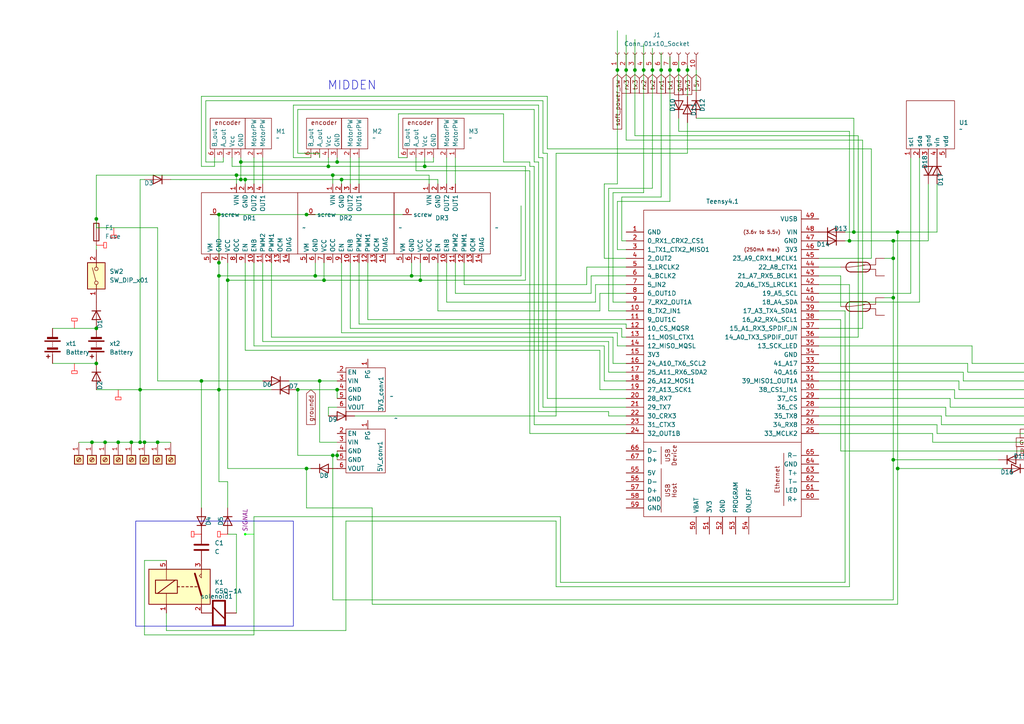
<source format=kicad_sch>
(kicad_sch (version 20250114) (generator "eeschema") (generator_version "9.0")
  (paper "A4")
  (rectangle (start 39.37 151.13) (end 85.09 181.61))
  (text "MIDDEN\n" (at 102.108 24.892 0) (effects (font (size 2.54 2.54))))
  (junction (at 38.1 128.27))
  (junction (at 259.08 69.85))
  (junction (at 66.04 81.28))
  (junction (at 179.07 20.32))
  (junction (at 27.94 63.5))
  (junction (at 121.92 81.28))
  (junction (at 307.34 123.19))
  (junction (at 86.36 113.03))
  (junction (at 307.34 118.11))
  (junction (at 181.61 20.32))
  (junction (at 93.98 81.28))
  (junction (at 95.25 48.26))
  (junction (at 58.42 110.49))
  (junction (at 307.34 113.03))
  (junction (at 260.35 135.89))
  (junction (at 97.79 132.08))
  (junction (at 97.79 46.99))
  (junction (at 27.94 105.41))
  (junction (at 92.71 110.49))
  (junction (at 63.5 76.2))
  (junction (at 63.5 62.23))
  (junction (at 63.5 113.03))
  (junction (at 69.85 52.07))
  (junction (at 307.34 105.41))
  (junction (at 184.15 20.32))
  (junction (at 40.64 113.03))
  (junction (at 97.79 113.03))
  (junction (at 68.58 50.8))
  (junction (at 40.64 128.27))
  (junction (at 45.72 128.27))
  (junction (at 194.31 20.32))
  (junction (at 307.34 110.49))
  (junction (at 247.65 67.31))
  (junction (at 307.34 107.95))
  (junction (at 259.08 74.93))
  (junction (at 30.48 128.27))
  (junction (at 307.34 133.35))
  (junction (at 96.52 132.08))
  (junction (at 307.34 125.73))
  (junction (at 259.08 133.35))
  (junction (at 26.67 128.27))
  (junction (at 91.44 80.01))
  (junction (at 27.94 95.25))
  (junction (at 307.34 128.27))
  (junction (at 88.9 135.89))
  (junction (at 88.9 62.23))
  (junction (at 307.34 130.81))
  (junction (at 71.12 52.07))
  (junction (at 69.85 46.99))
  (junction (at 34.29 128.27))
  (junction (at 41.91 128.27))
  (junction (at 191.77 20.32))
  (junction (at 196.85 20.32))
  (junction (at 199.39 20.32))
  (junction (at 307.34 135.89))
  (junction (at 119.38 80.01))
  (junction (at 259.08 86.36))
  (junction (at 63.5 80.01))
  (junction (at 260.35 67.31))
  (junction (at 307.34 115.57))
  (junction (at 96.52 50.8))
  (junction (at 123.19 48.26))
  (junction (at 186.69 20.32))
  (junction (at 246.38 69.85))
  (junction (at 99.06 52.07))
  (junction (at 189.23 20.32))
  (wire (pts (xy 180.34 69.85) (xy 180.34 57.15)))
  (wire (pts (xy 247.65 67.31) (xy 245.11 67.31)))
  (wire (pts (xy 260.35 135.89) (xy 260.35 175.26)))
  (wire (pts (xy 91.44 80.01) (xy 91.44 76.2)))
  (wire (pts (xy 40.64 113.03) (xy 40.64 128.27)))
  (wire (pts (xy 154.94 31.75) (xy 154.94 46.99)))
  (wire (pts (xy 68.58 50.8) (xy 68.58 53.34)))
  (wire (pts (xy 97.79 113.03) (xy 97.79 115.57)))
  (wire (pts (xy 316.23 113.03) (xy 316.23 105.41)))
  (wire (pts (xy 181.61 110.49) (xy 175.26 110.49)))
  (wire (pts (xy 27.94 66.04) (xy 45.72 66.04)))
  (wire (pts (xy 85.09 30.48) (xy 156.21 30.48)))
  (wire (pts (xy 252.73 74.93) (xy 237.49 74.93)))
  (wire (pts (xy 181.61 105.41) (xy 177.8 105.41)))
  (wire (pts (xy 158.75 27.94) (xy 158.75 43.18)))
  (wire (pts (xy 123.19 48.26) (xy 152.4 48.26)))
  (wire (pts (xy 34.29 128.27) (xy 38.1 128.27)))
  (wire (pts (xy 66.04 135.89) (xy 88.9 135.89)))
  (wire (pts (xy 97.79 130.81) (xy 97.79 132.08)))
  (wire (pts (xy 181.61 20.32) (xy 181.61 40.64)))
  (wire (pts (xy 96.52 132.08) (xy 96.52 173.99)))
  (wire (pts (xy 237.49 100.33) (xy 281.94 100.33)))
  (wire (pts (xy 99.06 96.52) (xy 179.07 96.52)))
  (wire (pts (xy 298.45 135.89) (xy 307.34 135.89)))
  (wire (pts (xy 157.48 44.45) (xy 158.75 44.45)))
  (wire (pts (xy 260.35 67.31) (xy 260.35 135.89)))
  (wire (pts (xy 132.08 76.2) (xy 132.08 85.09)))
  (wire (pts (xy 161.29 170.18) (xy 161.29 151.13)))
  (wire (pts (xy 245.11 168.91) (xy 245.11 90.17)))
  (wire (pts (xy 90.17 45.72) (xy 85.09 45.72)))
  (wire (pts (xy 48.26 162.56) (xy 41.91 162.56)))
  (wire (pts (xy 189.23 20.32) (xy 189.23 54.61)))
  (wire (pts (xy 189.23 54.61) (xy 176.53 54.61)))
  (wire (pts (xy 41.91 184.15) (xy 73.66 184.15)))
  (wire (pts (xy 314.96 127) (xy 458.47 127)))
  (wire (pts (xy 175.26 110.49) (xy 175.26 100.33)))
  (wire (pts (xy 252.73 43.18) (xy 252.73 74.93)))
  (wire (pts (xy 250.19 40.64) (xy 181.61 40.64)))
  (wire (pts (xy 259.08 86.36) (xy 259.08 133.35)))
  (wire (pts (xy 86.36 31.75) (xy 86.36 44.45)))
  (wire (pts (xy 124.46 53.34) (xy 124.46 50.8)))
  (wire (pts (xy 100.33 151.13) (xy 161.29 151.13)))
  (wire (pts (xy 152.4 81.28) (xy 121.92 81.28)))
  (wire (pts (xy 312.42 116.84) (xy 438.15 116.84)))
  (wire (pts (xy 259.08 133.35) (xy 259.08 173.99)))
  (wire (pts (xy 69.85 45.72) (xy 69.85 46.99)))
  (wire (pts (xy 66.04 147.32) (xy 66.04 139.7)))
  (wire (pts (xy 127 76.2) (xy 127 90.17)))
  (wire (pts (xy 119.38 80.01) (xy 91.44 80.01)))
  (wire (pts (xy 30.48 128.27) (xy 34.29 128.27)))
  (wire (pts (xy 156.21 119.38) (xy 176.53 119.38)))
  (wire (pts (xy 176.53 107.95) (xy 181.61 107.95)))
  (wire (pts (xy 176.53 54.61) (xy 176.53 90.17)))
  (wire (pts (xy 63.5 80.01) (xy 63.5 113.03)))
  (wire (pts (xy 78.74 97.79) (xy 78.74 76.2)))
  (wire (pts (xy 100.33 182.88) (xy 100.33 151.13)))
  (wire (pts (xy 125.73 46.99) (xy 125.73 45.72)))
  (wire (pts (xy 186.69 12.7) (xy 186.69 20.32)))
  (wire (pts (xy 102.87 120.65) (xy 161.29 120.65)))
  (wire (pts (xy 76.2 76.2) (xy 76.2 99.06)))
  (wire (pts (xy 92.71 128.27) (xy 92.71 110.49)))
  (wire (pts (xy 274.32 118.11) (xy 274.32 120.65)))
  (wire (pts (xy 129.54 87.63) (xy 172.72 87.63)))
  (wire (pts (xy 101.6 95.25) (xy 180.34 95.25)))
  (wire (pts (xy 69.85 46.99) (xy 97.79 46.99)))
  (wire (pts (xy 161.29 120.65) (xy 161.29 44.45)))
  (wire (pts (xy 307.34 118.11) (xy 309.88 118.11)))
  (wire (pts (xy 124.46 50.8) (xy 96.52 50.8)))
  (wire (pts (xy 311.15 118.11) (xy 311.15 115.57)))
  (wire (pts (xy 99.06 52.07) (xy 127 52.07)))
  (wire (pts (xy 119.38 80.01) (xy 151.13 80.01)))
  (wire (pts (xy 158.75 43.18) (xy 252.73 43.18)))
  (wire (pts (xy 196.85 20.32) (xy 196.85 26.67)))
  (wire (pts (xy 69.85 46.99) (xy 69.85 52.07)))
  (wire (pts (xy 62.23 48.26) (xy 58.42 48.26)))
  (wire (pts (xy 119.38 76.2) (xy 119.38 80.01)))
  (wire (pts (xy 73.66 45.72) (xy 73.66 53.34)))
  (wire (pts (xy 176.53 90.17) (xy 181.61 90.17)))
  (wire (pts (xy 96.52 50.8) (xy 96.52 53.34)))
  (wire (pts (xy 118.11 45.72) (xy 115.57 45.72)))
  (wire (pts (xy 177.8 55.88) (xy 186.69 55.88)))
  (wire (pts (xy 245.11 90.17) (xy 237.49 90.17)))
  (wire (pts (xy 313.69 115.57) (xy 313.69 110.49)))
  (wire (pts (xy 280.67 105.41) (xy 280.67 107.95)))
  (wire (pts (xy 161.29 44.45) (xy 199.39 44.45)))
  (wire (pts (xy 269.24 69.85) (xy 269.24 53.34)))
  (wire (pts (xy 237.49 123.19) (xy 271.78 123.19)))
  (wire (pts (xy 85.09 45.72) (xy 85.09 30.48)))
  (wire (pts (xy 270.51 128.27) (xy 270.51 125.73)))
  (wire (pts (xy 63.5 113.03) (xy 78.74 113.03)))
  (wire (pts (xy 248.92 39.37) (xy 184.15 39.37)))
  (wire (pts (xy 312.42 124.46) (xy 453.39 124.46)))
  (wire (pts (xy 107.95 147.32) (xy 107.95 175.26)))
  (wire (pts (xy 62.23 45.72) (xy 62.23 48.26)))
  (wire (pts (xy 153.67 49.53) (xy 153.67 125.73)))
  (wire (pts (xy 184.15 20.32) (xy 184.15 39.37)))
  (wire (pts (xy 91.44 80.01) (xy 63.5 80.01)))
  (wire (pts (xy 176.53 99.06) (xy 176.53 107.95)))
  (wire (pts (xy 132.08 45.72) (xy 132.08 53.34)))
  (wire (pts (xy 92.71 128.27) (xy 97.79 128.27)))
  (wire (pts (xy 307.34 128.27) (xy 312.42 128.27)))
  (wire (pts (xy 297.18 133.35) (xy 307.34 133.35)))
  (wire (pts (xy 69.85 52.07) (xy 71.12 52.07)))
  (wire (pts (xy 172.72 87.63) (xy 172.72 82.55)))
  (wire (pts (xy 177.8 105.41) (xy 177.8 97.79)))
  (wire (pts (xy 158.75 44.45) (xy 158.75 115.57)))
  (wire (pts (xy 95.25 118.11) (xy 95.25 120.65)))
  (wire (pts (xy 307.34 105.41) (xy 316.23 105.41)))
  (wire (pts (xy 309.88 119.38) (xy 443.23 119.38)))
  (wire (pts (xy 276.86 113.03) (xy 276.86 115.57)))
  (wire (pts (xy 246.38 170.18) (xy 161.29 170.18)))
  (wire (pts (xy 129.54 87.63) (xy 129.54 76.2)))
  (wire (pts (xy 307.34 135.89) (xy 316.23 135.89)))
  (wire (pts (xy 199.39 19.05) (xy 199.39 20.32)))
  (wire (pts (xy 48.26 182.88) (xy 100.33 182.88)))
  (wire (pts (xy 115.57 33.02) (xy 146.05 33.02)))
  (wire (pts (xy 290.83 135.89) (xy 260.35 135.89)))
  (wire (pts (xy 259.08 69.85) (xy 259.08 74.93)))
  (wire (pts (xy 68.58 50.8) (xy 27.94 50.8)))
  (wire (pts (xy 86.36 113.03) (xy 86.36 132.08)))
  (wire (pts (xy 123.19 45.72) (xy 123.19 48.26)))
  (wire (pts (xy 121.92 81.28) (xy 121.92 76.2)))
  (wire (pts (xy 123.19 48.26) (xy 95.25 48.26)))
  (wire (pts (xy 134.62 82.55) (xy 170.18 82.55)))
  (wire (pts (xy 266.7 87.63) (xy 266.7 45.72)))
  (wire (pts (xy 157.48 29.21) (xy 157.48 44.45)))
  (wire (pts (xy 181.61 97.79) (xy 180.34 97.79)))
  (wire (pts (xy 104.14 76.2) (xy 104.14 93.98)))
  (wire (pts (xy 41.91 128.27) (xy 45.72 128.27)))
  (wire (pts (xy 191.77 15.24) (xy 191.77 20.32)))
  (wire (pts (xy 68.58 154.94) (xy 66.04 154.94)))
  (wire (pts (xy 86.36 31.75) (xy 154.94 31.75)))
  (wire (pts (xy 307.34 130.81) (xy 313.69 130.81)))
  (wire (pts (xy 307.34 115.57) (xy 311.15 115.57)))
  (wire (pts (xy 45.72 110.49) (xy 58.42 110.49)))
  (wire (pts (xy 15.24 95.25) (xy 27.94 95.25)))
  (wire (pts (xy 276.86 115.57) (xy 307.34 115.57)))
  (wire (pts (xy 243.84 92.71) (xy 237.49 92.71)))
  (wire (pts (xy 237.49 77.47) (xy 243.84 77.47)))
  (wire (pts (xy 146.05 33.02) (xy 146.05 46.99)))
  (wire (pts (xy 179.07 53.34) (xy 175.26 53.34)))
  (wire (pts (xy 245.11 69.85) (xy 246.38 69.85)))
  (wire (pts (xy 243.84 80.01) (xy 243.84 88.9)))
  (wire (pts (xy 153.67 125.73) (xy 181.61 125.73)))
  (wire (pts (xy 86.36 113.03) (xy 97.79 113.03)))
  (wire (pts (xy 307.34 123.19) (xy 309.88 123.19)))
  (wire (pts (xy 179.07 8.89) (xy 179.07 20.32)))
  (wire (pts (xy 194.31 58.42) (xy 179.07 58.42)))
  (wire (pts (xy 40.64 128.27) (xy 41.91 128.27)))
  (wire (pts (xy 173.99 85.09) (xy 173.99 90.17)))
  (wire (pts (xy 71.12 52.07) (xy 99.06 52.07)))
  (wire (pts (xy 71.12 101.6) (xy 173.99 101.6)))
  (wire (pts (xy 156.21 46.99) (xy 156.21 119.38)))
  (wire (pts (xy 40.64 52.07) (xy 40.64 113.03)))
  (wire (pts (xy 196.85 34.29) (xy 196.85 38.1)))
  (wire (pts (xy 120.65 45.72) (xy 120.65 49.53)))
  (wire (pts (xy 106.68 92.71) (xy 106.68 76.2)))
  (wire (pts (xy 247.65 34.29) (xy 247.65 67.31)))
  (wire (pts (xy 97.79 46.99) (xy 125.73 46.99)))
  (wire (pts (xy 191.77 20.32) (xy 191.77 57.15)))
  (wire (pts (xy 237.49 113.03) (xy 276.86 113.03)))
  (wire (pts (xy 64.77 46.99) (xy 59.69 46.99)))
  (wire (pts (xy 270.51 128.27) (xy 307.34 128.27)))
  (wire (pts (xy 256.54 74.93) (xy 259.08 74.93)))
  (wire (pts (xy 45.72 66.04) (xy 45.72 110.49)))
  (wire (pts (xy 179.07 58.42) (xy 179.07 72.39)))
  (wire (pts (xy 309.88 121.92) (xy 448.31 121.92)))
  (wire (pts (xy 67.31 48.26) (xy 67.31 45.72)))
  (wire (pts (xy 22.86 128.27) (xy 26.67 128.27)))
  (wire (pts (xy 237.49 95.25) (xy 250.19 95.25)))
  (wire (pts (xy 153.67 46.99) (xy 153.67 48.26)))
  (wire (pts (xy 49.53 52.07) (xy 69.85 52.07)))
  (wire (pts (xy 58.42 110.49) (xy 76.2 110.49)))
  (wire (pts (xy 104.14 45.72) (xy 104.14 53.34)))
  (wire (pts (xy 250.19 95.25) (xy 250.19 40.64)))
  (wire (pts (xy 311.15 123.19) (xy 450.85 123.19)))
  (wire (pts (xy 134.62 82.55) (xy 134.62 76.2)))
  (wire (pts (xy 88.9 135.89) (xy 90.17 135.89)))
  (wire (pts (xy 237.49 105.41) (xy 280.67 105.41)))
  (wire (pts (xy 63.5 139.7) (xy 63.5 113.03)))
  (wire (pts (xy 281.94 100.33) (xy 281.94 105.41)))
  (wire (pts (xy 237.49 115.57) (xy 275.59 115.57)))
  (wire (pts (xy 99.06 52.07) (xy 99.06 53.34)))
  (wire (pts (xy 58.42 27.94) (xy 158.75 27.94)))
  (wire (pts (xy 312.42 113.03) (xy 312.42 116.84)))
  (wire (pts (xy 76.2 99.06) (xy 176.53 99.06)))
  (wire (pts (xy 132.08 85.09) (xy 171.45 85.09)))
  (wire (pts (xy 181.61 123.19) (xy 154.94 123.19)))
  (wire (pts (xy 181.61 69.85) (xy 180.34 69.85)))
  (wire (pts (xy 237.49 107.95) (xy 279.4 107.95)))
  (wire (pts (xy 63.5 62.23) (xy 63.5 76.2)))
  (wire (pts (xy 180.34 97.79) (xy 180.34 95.25)))
  (wire (pts (xy 101.6 95.25) (xy 101.6 76.2)))
  (wire (pts (xy 237.49 82.55) (xy 246.38 82.55)))
  (wire (pts (xy 313.69 125.73) (xy 313.69 130.81)))
  (wire (pts (xy 99.06 76.2) (xy 99.06 96.52)))
  (wire (pts (xy 274.32 120.65) (xy 307.34 120.65)))
  (wire (pts (xy 15.24 105.41) (xy 27.94 105.41)))
  (wire (pts (xy 45.72 128.27) (xy 49.53 128.27)))
  (wire (pts (xy 115.57 45.72) (xy 115.57 33.02)))
  (wire (pts (xy 259.08 74.93) (xy 259.08 86.36)))
  (wire (pts (xy 127 52.07) (xy 127 53.34)))
  (wire (pts (xy 309.88 119.38) (xy 309.88 118.11)))
  (wire (pts (xy 48.26 177.8) (xy 48.26 182.88)))
  (wire (pts (xy 275.59 115.57) (xy 275.59 118.11)))
  (wire (pts (xy 314.96 114.3) (xy 433.07 114.3)))
  (wire (pts (xy 243.84 130.81) (xy 307.34 130.81)))
  (wire (pts (xy 194.31 20.32) (xy 194.31 58.42)))
  (wire (pts (xy 95.25 48.26) (xy 95.25 45.72)))
  (wire (pts (xy 271.78 123.19) (xy 271.78 125.73)))
  (wire (pts (xy 196.85 17.78) (xy 196.85 20.32)))
  (wire (pts (xy 177.8 87.63) (xy 177.8 55.88)))
  (wire (pts (xy 181.61 85.09) (xy 173.99 85.09)))
  (wire (pts (xy 66.04 135.89) (xy 66.04 81.28)))
  (wire (pts (xy 83.82 110.49) (xy 92.71 110.49)))
  (wire (pts (xy 73.66 149.86) (xy 162.56 149.86)))
  (wire (pts (xy 162.56 168.91) (xy 245.11 168.91)))
  (wire (pts (xy 311.15 118.11) (xy 440.69 118.11)))
  (wire (pts (xy 173.99 113.03) (xy 181.61 113.03)))
  (wire (pts (xy 27.94 50.8) (xy 27.94 63.5)))
  (wire (pts (xy 129.54 45.72) (xy 129.54 53.34)))
  (wire (pts (xy 237.49 97.79) (xy 248.92 97.79)))
  (wire (pts (xy 97.79 132.08) (xy 97.79 133.35)))
  (wire (pts (xy 260.35 67.31) (xy 271.78 67.31)))
  (wire (pts (xy 93.98 81.28) (xy 121.92 81.28)))
  (wire (pts (xy 88.9 62.23) (xy 116.84 62.23)))
  (wire (pts (xy 71.12 53.34) (xy 71.12 52.07)))
  (wire (pts (xy 26.67 128.27) (xy 30.48 128.27)))
  (wire (pts (xy 280.67 107.95) (xy 307.34 107.95)))
  (wire (pts (xy 313.69 115.57) (xy 435.61 115.57)))
  (wire (pts (xy 177.8 97.79) (xy 78.74 97.79)))
  (wire (pts (xy 271.78 125.73) (xy 307.34 125.73)))
  (wire (pts (xy 73.66 149.86) (xy 73.66 184.15)))
  (wire (pts (xy 194.31 16.51) (xy 194.31 20.32)))
  (wire (pts (xy 154.94 48.26) (xy 153.67 48.26)))
  (wire (pts (xy 63.5 62.23) (xy 88.9 62.23)))
  (wire (pts (xy 59.69 29.21) (xy 157.48 29.21)))
  (wire (pts (xy 237.49 118.11) (xy 274.32 118.11)))
  (wire (pts (xy 27.94 71.12) (xy 27.94 72.39)))
  (wire (pts (xy 106.68 92.71) (xy 181.61 92.71)))
  (wire (pts (xy 273.05 120.65) (xy 273.05 123.19)))
  (wire (pts (xy 256.54 86.36) (xy 259.08 86.36)))
  (wire (pts (xy 59.69 46.99) (xy 59.69 29.21)))
  (wire (pts (xy 248.92 97.79) (xy 248.92 39.37)))
  (wire (pts (xy 179.07 96.52) (xy 179.07 100.33)))
  (wire (pts (xy 170.18 77.47) (xy 181.61 77.47)))
  (wire (pts (xy 63.5 76.2) (xy 63.5 80.01)))
  (wire (pts (xy 154.94 46.99) (xy 156.21 46.99)))
  (wire (pts (xy 264.16 45.72) (xy 264.16 85.09)))
  (wire (pts (xy 264.16 85.09) (xy 237.49 85.09)))
  (wire (pts (xy 309.88 123.19) (xy 309.88 121.92)))
  (wire (pts (xy 157.48 118.11) (xy 157.48 45.72)))
  (wire (pts (xy 314.96 107.95) (xy 314.96 114.3)))
  (wire (pts (xy 154.94 123.19) (xy 154.94 48.26)))
  (wire (pts (xy 260.35 67.31) (xy 247.65 67.31)))
  (wire (pts (xy 307.34 107.95) (xy 314.96 107.95)))
  (wire (pts (xy 92.71 44.45) (xy 86.36 44.45)))
  (wire (pts (xy 237.49 80.01) (xy 243.84 80.01)))
  (wire (pts (xy 278.13 113.03) (xy 307.34 113.03)))
  (wire (pts (xy 201.93 34.29) (xy 247.65 34.29)))
  (wire (pts (xy 243.84 130.81) (xy 243.84 92.71)))
  (wire (pts (xy 237.49 87.63) (xy 266.7 87.63)))
  (wire (pts (xy 311.15 123.19) (xy 311.15 125.73)))
  (wire (pts (xy 201.93 20.32) (xy 201.93 26.67)))
  (wire (pts (xy 40.64 113.03) (xy 63.5 113.03)))
  (wire (pts (xy 281.94 105.41) (xy 307.34 105.41)))
  (wire (pts (xy 179.07 100.33) (xy 181.61 100.33)))
  (wire (pts (xy 92.71 110.49) (xy 97.79 110.49)))
  (wire (pts (xy 237.49 110.49) (xy 278.13 110.49)))
  (wire (pts (xy 181.61 93.98) (xy 181.61 95.25)))
  (wire (pts (xy 175.26 100.33) (xy 73.66 100.33)))
  (wire (pts (xy 259.08 69.85) (xy 269.24 69.85)))
  (wire (pts (xy 40.64 52.07) (xy 41.91 52.07)))
  (wire (pts (xy 271.78 67.31) (xy 271.78 53.34)))
  (wire (pts (xy 270.51 125.73) (xy 237.49 125.73)))
  (wire (pts (xy 101.6 45.72) (xy 101.6 53.34)))
  (wire (pts (xy 180.34 57.15) (xy 191.77 57.15)))
  (wire (pts (xy 88.9 147.32) (xy 107.95 147.32)))
  (wire (pts (xy 246.38 38.1) (xy 246.38 69.85)))
  (wire (pts (xy 199.39 20.32) (xy 199.39 27.94)))
  (wire (pts (xy 237.49 120.65) (xy 273.05 120.65)))
  (wire (pts (xy 189.23 13.97) (xy 189.23 20.32)))
  (wire (pts (xy 181.61 80.01) (xy 171.45 80.01)))
  (wire (pts (xy 96.52 173.99) (xy 259.08 173.99)))
  (wire (pts (xy 73.66 76.2) (xy 73.66 100.33)))
  (wire (pts (xy 176.53 119.38) (xy 176.53 120.65)))
  (wire (pts (xy 179.07 72.39) (xy 181.61 72.39)))
  (wire (pts (xy 173.99 101.6) (xy 173.99 113.03)))
  (wire (pts (xy 173.99 90.17) (xy 127 90.17)))
  (wire (pts (xy 176.53 120.65) (xy 181.61 120.65)))
  (wire (pts (xy 76.2 45.72) (xy 76.2 53.34)))
  (wire (pts (xy 278.13 110.49) (xy 278.13 113.03)))
  (wire (pts (xy 316.23 135.89) (xy 316.23 128.27)))
  (wire (pts (xy 71.12 76.2) (xy 71.12 101.6)))
  (wire (pts (xy 157.48 45.72) (xy 156.21 45.72)))
  (wire (pts (xy 60.96 62.23) (xy 63.5 62.23)))
  (wire (pts (xy 307.34 133.35) (xy 314.96 133.35)))
  (wire (pts (xy 316.23 113.03) (xy 430.53 113.03)))
  (wire (pts (xy 307.34 125.73) (xy 311.15 125.73)))
  (wire (pts (xy 146.05 46.99) (xy 153.67 46.99)))
  (wire (pts (xy 66.04 81.28) (xy 93.98 81.28)))
  (wire (pts (xy 158.75 115.57) (xy 181.61 115.57)))
  (wire (pts (xy 92.71 45.72) (xy 92.71 44.45)))
  (wire (pts (xy 97.79 46.99) (xy 97.79 45.72)))
  (wire (pts (xy 175.26 74.93) (xy 181.61 74.93)))
  (wire (pts (xy 27.94 63.5) (xy 27.94 66.04)))
  (wire (pts (xy 313.69 125.73) (xy 455.93 125.73)))
  (wire (pts (xy 312.42 128.27) (xy 312.42 124.46)))
  (wire (pts (xy 66.04 76.2) (xy 66.04 81.28)))
  (wire (pts (xy 316.23 128.27) (xy 461.01 128.27)))
  (wire (pts (xy 86.36 132.08) (xy 96.52 132.08)))
  (wire (pts (xy 120.65 49.53) (xy 153.67 49.53)))
  (wire (pts (xy 279.4 107.95) (xy 279.4 110.49)))
  (wire (pts (xy 246.38 82.55) (xy 246.38 170.18)))
  (wire (pts (xy 273.05 123.19) (xy 307.34 123.19)))
  (wire (pts (xy 93.98 81.28) (xy 93.98 76.2)))
  (wire (pts (xy 184.15 11.43) (xy 184.15 20.32)))
  (wire (pts (xy 314.96 133.35) (xy 314.96 127)))
  (wire (pts (xy 68.58 154.94) (xy 68.58 177.8)))
  (wire (pts (xy 64.77 45.72) (xy 64.77 46.99)))
  (wire (pts (xy 41.91 162.56) (xy 41.91 184.15)))
  (wire (pts (xy 186.69 20.32) (xy 186.69 55.88)))
  (wire (pts (xy 58.42 110.49) (xy 58.42 147.32)))
  (wire (pts (xy 88.9 135.89) (xy 88.9 147.32)))
  (wire (pts (xy 170.18 82.55) (xy 170.18 77.47)))
  (wire (pts (xy 107.95 175.26) (xy 260.35 175.26)))
  (wire (pts (xy 307.34 110.49) (xy 313.69 110.49)))
  (wire (pts (xy 275.59 118.11) (xy 307.34 118.11)))
  (wire (pts (xy 199.39 44.45) (xy 199.39 35.56)))
  (wire (pts (xy 152.4 48.26) (xy 152.4 81.28)))
  (wire (pts (xy 172.72 82.55) (xy 181.61 82.55)))
  (wire (pts (xy 175.26 53.34) (xy 175.26 74.93)))
  (wire (pts (xy 259.08 133.35) (xy 289.56 133.35)))
  (wire (pts (xy 181.61 10.16) (xy 181.61 20.32)))
  (wire (pts (xy 96.52 50.8) (xy 68.58 50.8)))
  (wire (pts (xy 97.79 118.11) (xy 95.25 118.11)))
  (wire (pts (xy 279.4 110.49) (xy 307.34 110.49)))
  (wire (pts (xy 96.52 132.08) (xy 97.79 132.08)))
  (wire (pts (xy 151.13 80.01) (xy 151.13 59.69)))
  (wire (pts (xy 27.94 113.03) (xy 40.64 113.03)))
  (wire (pts (xy 58.42 48.26) (xy 58.42 27.94)))
  (wire (pts (xy 177.8 87.63) (xy 181.61 87.63)))
  (wire (pts (xy 162.56 149.86) (xy 162.56 168.91)))
  (wire (pts (xy 196.85 38.1) (xy 246.38 38.1)))
  (wire (pts (xy 38.1 128.27) (xy 40.64 128.27)))
  (wire (pts (xy 156.21 30.48) (xy 156.21 45.72)))
  (wire (pts (xy 307.34 113.03) (xy 312.42 113.03)))
  (wire (pts (xy 246.38 69.85) (xy 259.08 69.85)))
  (wire (pts (xy 66.04 139.7) (xy 63.5 139.7)))
  (wire (pts (xy 181.61 118.11) (xy 157.48 118.11)))
  (wire (pts (xy 95.25 48.26) (xy 67.31 48.26)))
  (wire (pts (xy 179.07 20.32) (xy 179.07 53.34)))
  (wire (pts (xy 171.45 80.01) (xy 171.45 85.09)))
  (wire (pts (xy 104.14 93.98) (xy 181.61 93.98)))
  (global_label "pr3" (shape input) (at 303.53 110.49 180) (property "Intersheetrefs" "${INTERSHEET_REFS}" (effects (hide yes))))
  (global_label "rx1" (shape input) (at 191.77 21.59 270) (property "Intersheetrefs" "${INTERSHEET_REFS}" (effects (hide yes))))
  (global_label "tx1" (shape input) (at 194.31 21.59 270) (property "Intersheetrefs" "${INTERSHEET_REFS}" (effects (hide yes))))
  (global_label "pr1" (shape input) (at 303.53 105.41 180) (property "Intersheetrefs" "${INTERSHEET_REFS}" (effects (hide yes))))
  (global_label "GROEN" (shape input) (at 303.53 128.27 180) (property "Intersheetrefs" "${INTERSHEET_REFS}" (effects (hide yes))))
  (global_label "gnd" (shape input) (at 196.85 21.59 270) (property "Intersheetrefs" "${INTERSHEET_REFS}" (effects (hide yes))))
  (global_label "BLAUW" (shape input) (at 303.53 130.81 180) (property "Intersheetrefs" "${INTERSHEET_REFS}" (effects (hide yes))))
  (global_label "tx2" (shape input) (at 189.23 21.59 270) (property "Intersheetrefs" "${INTERSHEET_REFS}" (effects (hide yes))))
  (global_label "pr5" (shape input) (at 303.53 115.57 180) (property "Intersheetrefs" "${INTERSHEET_REFS}" (effects (hide yes))))
  (global_label "pr7" (shape input) (at 303.53 120.65 180) (property "Intersheetrefs" "${INTERSHEET_REFS}" (effects (hide yes))))
  (global_label "rx3" (shape input) (at 181.61 21.59 270) (property "Intersheetrefs" "${INTERSHEET_REFS}" (effects (hide yes))))
  (global_label "groundd" (shape input) (at 90.17 113.03 270) (property "Intersheetrefs" "${INTERSHEET_REFS}" (effects (hide yes))))
  (global_label "soft_power_sw" (shape input) (at 179.07 21.59 270) (property "Intersheetrefs" "${INTERSHEET_REFS}" (effects (hide yes))))
  (global_label "GND" (shape input) (at 303.53 133.35 180) (property "Intersheetrefs" "${INTERSHEET_REFS}" (effects (hide yes))))
  (global_label "ROOD" (shape input) (at 303.53 125.73 180) (property "Intersheetrefs" "${INTERSHEET_REFS}" (effects (hide yes))))
  (global_label "pr4" (shape input) (at 303.53 113.03 180) (property "Intersheetrefs" "${INTERSHEET_REFS}" (effects (hide yes))))
  (global_label "pr8" (shape input) (at 303.53 123.19 180) (property "Intersheetrefs" "${INTERSHEET_REFS}" (effects (hide yes))))
  (global_label "pr2" (shape input) (at 303.53 107.95 180) (property "Intersheetrefs" "${INTERSHEET_REFS}" (effects (hide yes))))
  (global_label "5V" (shape input) (at 303.53 135.89 180) (property "Intersheetrefs" "${INTERSHEET_REFS}" (effects (hide yes))))
  (global_label "pr6" (shape input) (at 303.53 118.11 180) (property "Intersheetrefs" "${INTERSHEET_REFS}" (effects (hide yes))))
  (global_label "tx3" (shape input) (at 184.15 21.59 270) (property "Intersheetrefs" "${INTERSHEET_REFS}" (effects (hide yes))))
  (global_label "5v" (shape input) (at 201.93 21.59 270) (property "Intersheetrefs" "${INTERSHEET_REFS}" (effects (hide yes))))
  (global_label "3v3" (shape input) (at 199.39 21.59 270) (property "Intersheetrefs" "${INTERSHEET_REFS}" (effects (hide yes))))
  (global_label "rx2" (shape input) (at 186.69 21.59 270) (property "Intersheetrefs" "${INTERSHEET_REFS}" (effects (hide yes))))
  (netclass_flag "" (length 2.54) (shape rectangle) (at 33.02 66.04 180) (property "Netclass" "HIGH POWER" (effects (hide yes))))
  (netclass_flag "" (length 2.54) (shape dot) (at 73.66 154.94 90) (property "Netclass" "SIGNAL" (at 71.12 154.2415 90) (effects (font (italic yes)) (justify left))))
  (netclass_flag "" (length 2.54) (shape rectangle) (at 66.04 154.94 90) (property "Netclass" "HIGH POWER" (effects (hide yes))))
  (netclass_flag "" (length 2.54) (shape rectangle) (at 21.59 105.41 180) (property "Netclass" "HIGH POWER" (effects (hide yes))))
  (netclass_flag "" (length 2.54) (shape rectangle) (at 21.59 95.25 0) (property "Netclass" "HIGH POWER" (effects (hide yes))))
  (netclass_flag "" (length 2.54) (shape rectangle) (at 34.29 113.03 180) (property "Netclass" "HIGH POWER" (effects (hide yes))))
  (netclass_flag "" (length 2.54) (shape rectangle) (at 27.94 71.12 270) (property "Netclass" "HIGH POWER" (effects (hide yes))))
  (netclass_flag "" (length 2.54) (shape rectangle) (at 58.42 154.94 90) (property "Netclass" "HIGH POWER" (effects (hide yes))))
  (symbol (lib_id "Connector:Screw_Terminal_01x01") (at 22.86 133.35 270) (unit 1)
    (property "Reference" "J2" (effects (hide yes)))
    (property "Value" "Screw_Terminal_01x01" (effects (hide yes)))
    (property "Footprint" "MountingHole:MountingHole_4.3mm_M4_ISO7380_Pad" (effects (hide yes)))
    (property "Description" "Generic screw terminal, single row, 01x01, script generated (kicad-library-utils/schlib/autogen/connector/)" (effects (hide yes)))
  )
  (symbol (lib_id "Library:pololu_3.3V,_3.7A_Step-Down_Voltage_Regulator_D30V30F3") (at 101.6 105.41 0) (unit 1)
    (property "Reference" "3V3_conv1" (at 110.49 119.38 90) (effects (justify left)))
    (property "Value" "~" (at 113.03 114.935 0) (effects (justify left)))
    (property "Footprint" "Library:pololu-d30v30fx" (effects (hide yes)))
    (property "Datasheet" "https://www.pololu.com/product/4891" (effects (hide yes)))
  )
  (symbol (lib_id "Library:D") (at 80.01 110.49 180) (unit 1)
    (property "Reference" "D6" (at 77.47 111.506 0))
    (property "Value" "D" (effects (hide yes)))
    (property "Footprint" "Diode_SMD:D_MELF-RM10_Universal_Handsoldering" (effects (hide yes)))
    (property "Description" "Diode" (effects (hide yes)))
    (property "Sim.Device" "D" (effects (hide yes)))
    (property "Sim.Pins" "1=K 2=A" (effects (hide yes)))
  )
  (symbol (lib_id "Connector:Conn_01x10_Socket") (at 189.23 15.24 90) (unit 1)
    (property "Reference" "J1" (at 190.5 10.16 90))
    (property "Value" "Conn_01x10_Socket" (at 190.5 12.7 90))
    (property "Footprint" "Connector_JST:JST_EH_S10B-EH_1x10_P2.50mm_Horizontal" (effects (hide yes)))
    (property "Description" "Generic connector, single row, 01x10, script generated" (effects (hide yes)))
  )
  (symbol (lib_id "Library:pololu_5V,_3.4A_Step-Down_Voltage_Regulator_D30V30F5") (at 102.87 111.76 0) (unit 1)
    (property "Reference" "5V_conv1" (at 110.236 136.906 90) (effects (justify left)))
    (property "Value" "~" (at 114.3 121.285 0) (effects (justify left)))
    (property "Footprint" "Library:pololu-d30v30fx" (effects (hide yes)))
    (property "Datasheet" "https://www.pololu.com/product/4892" (effects (hide yes)))
  )
  (symbol (lib_id "Library:pololu_4.4{colon}1_Metal_Gearmotor_25Dx63L_mm_MP_12V_with_48_CPR_Encoder") (at 125.73 38.1 180) (unit 1)
    (property "Reference" "M3" (at 135.89 38.0999 0) (effects (justify right)))
    (property "Value" "~" (at 135.89 40.005 0) (effects (justify right)))
    (property "Footprint" "Connector_PinHeader_1.27mm:PinHeader_1x06_P1.27mm_Vertical" (effects (hide yes)))
  )
  (symbol (lib_id "Library:TB9051FTG") (at 128.27 62.23 0) (unit 1)
    (property "Reference" "DR3" (at 126.238 63.246 0) (effects (justify left)))
    (property "Value" "~" (at 143.51 66.04 0) (effects (justify left)))
    (property "Footprint" "Library:TB9051FTG" (effects (hide yes)))
    (property "Datasheet" "https://www.pololu.com/product/2997/resources" (effects (hide yes)))
  )
  (symbol (lib_id "Connector:Screw_Terminal_01x01") (at 26.67 133.35 270) (unit 1)
    (property "Reference" "J3" (effects (hide yes)))
    (property "Value" "Screw_Terminal_01x01" (effects (hide yes)))
    (property "Footprint" "MountingHole:MountingHole_4.3mm_M4_ISO7380_Pad" (effects (hide yes)))
    (property "Description" "Generic screw terminal, single row, 01x01, script generated (kicad-library-utils/schlib/autogen/connector/)" (effects (hide yes)))
  )
  (symbol (lib_id "Library:D") (at 294.64 135.89 180) (unit 1)
    (property "Reference" "D16" (at 292.1 136.906 0))
    (property "Value" "D" (effects (hide yes)))
    (property "Footprint" "Diode_SMD:D_MELF-RM10_Universal_Handsoldering" (effects (hide yes)))
    (property "Description" "Diode" (effects (hide yes)))
    (property "Sim.Device" "D" (effects (hide yes)))
    (property "Sim.Pins" "1=K 2=A" (effects (hide yes)))
  )
  (symbol (lib_id "Library:D") (at 293.37 133.35 0) (unit 1)
    (property "Reference" "D15" (at 295.91 132.334 0))
    (property "Value" "D" (effects (hide yes)))
    (property "Footprint" "Diode_SMD:D_MELF-RM10_Universal_Handsoldering" (effects (hide yes)))
    (property "Description" "Diode" (effects (hide yes)))
    (property "Sim.Device" "D" (effects (hide yes)))
    (property "Sim.Pins" "1=K 2=A" (effects (hide yes)))
  )
  (symbol (lib_id "Connector:Screw_Terminal_01x01") (at 45.72 133.35 270) (unit 1)
    (property "Reference" "J10" (effects (hide yes)))
    (property "Value" "Screw_Terminal_01x01" (effects (hide yes)))
    (property "Footprint" "MountingHole:MountingHole_4.3mm_M4_ISO7380_Pad" (effects (hide yes)))
    (property "Description" "Generic screw terminal, single row, 01x01, script generated (kicad-library-utils/schlib/autogen/connector/)" (effects (hide yes)))
  )
  (symbol (lib_id "Switch:SW_DIP_x01") (at 27.94 80.01 90) (unit 1)
    (property "Reference" "SW2" (at 31.75 78.7399 90) (effects (justify right)))
    (property "Value" "SW_DIP_x01" (at 31.75 81.2799 90) (effects (justify right)))
    (property "Footprint" "Library:Rocker Switch 3-Pin, SPDT, 10A" (effects (hide yes)))
    (property "Description" "1x DIP Switch, Single Pole Single Throw (SPST) switch, small symbol" (effects (hide yes)))
  )
  (symbol (lib_id "Switch:SW_Reed_SPDT") (at 248.92 77.47 0) (unit 1)
    (property "Reference" "SW1" (effects (hide yes)))
    (property "Value" "SW_Reed_SPDT" (effects (hide yes)))
    (property "Footprint" "Library:Mini Snap-Action Switch with 13.5mm Lever 3-Pin, SPDT, 1A" (effects (hide yes)))
    (property "Description" "SPDT reed switch" (effects (hide yes)))
  )
  (symbol (lib_id "Connector:Screw_Terminal_01x01") (at 38.1 133.35 270) (unit 1)
    (property "Reference" "J8" (effects (hide yes)))
    (property "Value" "Screw_Terminal_01x01" (effects (hide yes)))
    (property "Footprint" "MountingHole:MountingHole_4.3mm_M4_ISO7380_Pad" (effects (hide yes)))
    (property "Description" "Generic screw terminal, single row, 01x01, script generated (kicad-library-utils/schlib/autogen/connector/)" (effects (hide yes)))
  )
  (symbol (lib_id "Connector:Screw_Terminal_01x01") (at 41.91 133.35 270) (unit 1)
    (property "Reference" "J9" (effects (hide yes)))
    (property "Value" "Screw_Terminal_01x01" (effects (hide yes)))
    (property "Footprint" "MountingHole:MountingHole_4.3mm_M4_ISO7380_Pad" (effects (hide yes)))
    (property "Description" "Generic screw terminal, single row, 01x01, script generated (kicad-library-utils/schlib/autogen/connector/)" (effects (hide yes)))
  )
  (symbol (lib_name "TB9051FTG_1") (lib_id "Library:TB9051FTG_1") (at 72.39 62.23 0) (unit 1)
    (property "Reference" "DR1" (at 70.358 63.246 0) (effects (justify left)))
    (property "Value" "~" (at 87.63 66.04 0) (effects (justify left)))
    (property "Footprint" "Library:TB9051FTG" (effects (hide yes)))
    (property "Datasheet" "https://www.pololu.com/product/2997/resources" (effects (hide yes)))
  )
  (symbol (lib_id "Library:D") (at 27.94 109.22 270) (unit 1)
    (property "Reference" "D2" (at 28.956 111.76 0))
    (property "Value" "D" (effects (hide yes)))
    (property "Footprint" "Diode_SMD:D_MELF-RM10_Universal_Handsoldering" (effects (hide yes)))
    (property "Description" "Diode" (effects (hide yes)))
    (property "Sim.Device" "D" (effects (hide yes)))
    (property "Sim.Pins" "1=K 2=A" (effects (hide yes)))
  )
  (symbol (lib_id "Library:D") (at 269.24 49.53 90) (unit 1)
    (property "Reference" "D18" (at 268.224 46.99 0))
    (property "Value" "D" (effects (hide yes)))
    (property "Footprint" "Diode_SMD:D_MELF-RM10_Universal_Handsoldering" (effects (hide yes)))
    (property "Description" "Diode" (effects (hide yes)))
    (property "Sim.Device" "D" (effects (hide yes)))
    (property "Sim.Pins" "1=K 2=A" (effects (hide yes)))
  )
  (symbol (lib_id "Library:D") (at 201.93 30.48 270) (unit 1)
    (property "Reference" "D12" (at 203.708 30.48 0))
    (property "Value" "D" (effects (hide yes)))
    (property "Footprint" "Diode_SMD:D_MELF-RM10_Universal_Handsoldering" (effects (hide yes)))
    (property "Description" "Diode" (effects (hide yes)))
    (property "Sim.Device" "D" (effects (hide yes)))
    (property "Sim.Pins" "1=K 2=A" (effects (hide yes)))
  )
  (symbol (lib_id "Library:D") (at 199.39 31.75 270) (unit 1)
    (property "Reference" "D11" (at 201.168 31.75 0))
    (property "Value" "D" (effects (hide yes)))
    (property "Footprint" "Diode_SMD:D_MELF-RM10_Universal_Handsoldering" (effects (hide yes)))
    (property "Description" "Diode" (effects (hide yes)))
    (property "Sim.Device" "D" (effects (hide yes)))
    (property "Sim.Pins" "1=K 2=A" (effects (hide yes)))
  )
  (symbol (lib_id "Library:Battery") (at 27.94 100.33 180) (unit 1)
    (property "Reference" "xt2" (at 31.75 99.6314 0) (effects (justify right)))
    (property "Value" "Battery" (at 31.75 102.1714 0) (effects (justify right)))
    (property "Footprint" "Connector_AMASS:AMASS_XT30U-M_1x02_P5.0mm_Vertical" (effects (hide yes)))
    (property "Description" "Multiple-cell battery" (effects (hide yes)))
  )
  (symbol (lib_id "Library:pololu_4.4{colon}1_Metal_Gearmotor_25Dx63L_mm_MP_12V_with_48_CPR_Encoder") (at 97.79 38.1 180) (unit 1)
    (property "Reference" "M2" (at 107.95 38.0999 0) (effects (justify right)))
    (property "Value" "~" (at 107.95 40.005 0) (effects (justify right)))
    (property "Footprint" "Connector_PinHeader_1.27mm:PinHeader_1x06_P1.27mm_Vertical" (effects (hide yes)))
  )
  (symbol (lib_id "Library:D") (at 45.72 52.07 180) (unit 1)
    (property "Reference" "D3" (at 43.18 53.086 0))
    (property "Value" "D" (effects (hide yes)))
    (property "Footprint" "Diode_SMD:D_MELF-RM10_Universal_Handsoldering" (effects (hide yes)))
    (property "Description" "Diode" (effects (hide yes)))
    (property "Sim.Device" "D" (effects (hide yes)))
    (property "Sim.Pins" "1=K 2=A" (effects (hide yes)))
  )
  (symbol (lib_id "Library:D") (at 58.42 151.13 90) (unit 1)
    (property "Reference" "D4" (at 60.452 151.13 0))
    (property "Value" "D" (effects (hide yes)))
    (property "Footprint" "Diode_SMD:D_MELF-RM10_Universal_Handsoldering" (effects (hide yes)))
    (property "Description" "Diode" (effects (hide yes)))
    (property "Sim.Device" "D" (effects (hide yes)))
    (property "Sim.Pins" "1=K 2=A" (effects (hide yes)))
  )
  (symbol (lib_id "Library:D") (at 66.04 151.13 270) (unit 1)
    (property "Reference" "D5" (at 64.008 151.13 0))
    (property "Value" "D" (effects (hide yes)))
    (property "Footprint" "Diode_SMD:D_MELF-RM10_Universal_Handsoldering" (effects (hide yes)))
    (property "Description" "Diode" (effects (hide yes)))
    (property "Sim.Device" "D" (effects (hide yes)))
    (property "Sim.Pins" "1=K 2=A" (effects (hide yes)))
  )
  (symbol (lib_id "Switch:SW_Reed_SPDT") (at 248.92 88.9 0) (unit 1)
    (property "Reference" "SW5" (effects (hide yes)))
    (property "Value" "SW_Reed_SPDT" (effects (hide yes)))
    (property "Footprint" "Library:Mini Snap-Action Switch with 13.5mm Lever 3-Pin, SPDT, 1A" (effects (hide yes)))
    (property "Description" "SPDT reed switch" (effects (hide yes)))
  )
  (symbol (lib_id "Library:pololu_4.4{colon}1_Metal_Gearmotor_25Dx63L_mm_MP_12V_with_48_CPR_Encoder") (at 69.85 38.1 180) (unit 1)
    (property "Reference" "M1" (at 80.01 38.0999 0) (effects (justify right)))
    (property "Value" "~" (at 80.01 40.005 0) (effects (justify right)))
    (property "Footprint" "Connector_PinHeader_1.27mm:PinHeader_1x06_P1.27mm_Vertical" (effects (hide yes)))
  )
  (symbol (lib_id "Library:D") (at 82.55 113.03 0) (unit 1)
    (property "Reference" "D7" (at 85.09 112.014 0))
    (property "Value" "D" (effects (hide yes)))
    (property "Footprint" "Diode_SMD:D_MELF-RM10_Universal_Handsoldering" (effects (hide yes)))
    (property "Description" "Diode" (effects (hide yes)))
    (property "Sim.Device" "D" (effects (hide yes)))
    (property "Sim.Pins" "1=K 2=A" (effects (hide yes)))
  )
  (symbol (lib_id "Library:D") (at 99.06 120.65 180) (unit 1)
    (property "Reference" "D9" (at 96.52 121.666 0))
    (property "Value" "D" (effects (hide yes)))
    (property "Footprint" "Diode_SMD:D_MELF-RM10_Universal_Handsoldering" (effects (hide yes)))
    (property "Description" "Diode" (effects (hide yes)))
    (property "Sim.Device" "D" (effects (hide yes)))
    (property "Sim.Pins" "1=K 2=A" (effects (hide yes)))
  )
  (symbol (lib_id "Library:D") (at 93.98 135.89 0) (unit 1)
    (property "Reference" "D8" (at 93.98 137.922 0))
    (property "Value" "D" (effects (hide yes)))
    (property "Footprint" "Diode_SMD:D_MELF-RM10_Universal_Handsoldering" (effects (hide yes)))
    (property "Description" "Diode" (effects (hide yes)))
    (property "Sim.Device" "D" (effects (hide yes)))
    (property "Sim.Pins" "1=K 2=A" (effects (hide yes)))
  )
  (symbol (lib_id "Library:Fuse") (at 27.94 67.31 0) (unit 1)
    (property "Reference" "F1" (at 30.48 66.0399 0) (effects (justify left)))
    (property "Value" "Fuse" (at 30.48 68.5799 0) (effects (justify left)))
    (property "Footprint" "Fuse:Fuseholder_TR5_Littelfuse_No560_No460" (effects (hide yes)))
    (property "Description" "Fuse" (effects (hide yes)))
  )
  (symbol (lib_id "Library:Battery") (at 15.24 100.33 180) (unit 1)
    (property "Reference" "xt1" (at 19.05 99.6314 0) (effects (justify right)))
    (property "Value" "Battery" (at 19.05 102.1714 0) (effects (justify right)))
    (property "Footprint" "Connector_AMASS:AMASS_XT60-F_1x02_P7.20mm_Vertical" (effects (hide yes)))
    (property "Description" "Multiple-cell battery" (effects (hide yes)))
  )
  (symbol (lib_id "Library:D") (at 271.78 49.53 270) (unit 1)
    (property "Reference" "D17" (at 272.796 52.07 0))
    (property "Value" "D" (effects (hide yes)))
    (property "Footprint" "Diode_SMD:D_MELF-RM10_Universal_Handsoldering" (effects (hide yes)))
    (property "Description" "Diode" (effects (hide yes)))
    (property "Sim.Device" "D" (effects (hide yes)))
    (property "Sim.Pins" "1=K 2=A" (effects (hide yes)))
  )
  (symbol (lib_id "New_Library:miniIMU") (at 269.24 43.18 0) (unit 1)
    (property "Reference" "U1" (at 278.13 35.5599 0) (effects (justify left)))
    (property "Value" "~" (at 278.13 37.465 0) (effects (justify left)))
    (property "Footprint" "Library:miniIMU" (effects (hide yes)))
  )
  (symbol (lib_id "Connector:Conn_01x04_Socket") (at 312.42 133.35 0) (unit 1)
    (property "Reference" "J5" (at 313.69 133.3499 0) (effects (justify left)))
    (property "Value" "Conn_01x04_Socket" (at 313.69 135.8899 0) (effects (justify left)))
    (property "Footprint" "Connector_JST:JST_EH_S4B-EH_1x04_P2.50mm_Horizontal" (effects (hide yes)))
    (property "Description" "Generic connector, single row, 01x04, script generated" (effects (hide yes)))
  )
  (symbol (lib_id "Relay:G5Q-1A") (at 53.34 170.18 0) (unit 1)
    (property "Reference" "K1" (at 62.23 168.9099 0) (effects (justify left)))
    (property "Value" "G5Q-1A" (at 62.23 171.4499 0) (effects (justify left)))
    (property "Footprint" "Relay_THT:Relay_SPST_Omron-G5Q-1A" (effects (hide yes)))
    (property "Datasheet" "https://www.omron.com/ecb/products/pdf/en-g5q.pdf" (effects (hide yes)))
    (property "Description" "Omron G5Q relay, Miniature Single Pole, SPST-NO, 10A" (effects (hide yes)))
  )
  (symbol (lib_id "Library:D") (at 241.3 67.31 0) (unit 1)
    (property "Reference" "D13" (at 243.84 66.294 0))
    (property "Value" "D" (effects (hide yes)))
    (property "Footprint" "Diode_SMD:D_MELF-RM10_Universal_Handsoldering" (effects (hide yes)))
    (property "Description" "Diode" (effects (hide yes)))
    (property "Sim.Device" "D" (effects (hide yes)))
    (property "Sim.Pins" "1=K 2=A" (effects (hide yes)))
  )
  (symbol (lib_id "Library:Re") (at 63.5 177.8 90) (unit 1)
    (property "Reference" "solenoid1" (at 67.564 172.974 90) (effects (justify left)))
    (property "Value" "Re" (effects (hide yes)))
    (property "Footprint" "TerminalBlock_Altech:Altech_AK100_1x02_P5.00mm" (effects (hide yes)))
    (property "Description" "operating/relay device/coil; electromagnetic actuator (solenoid)" (effects (hide yes)))
    (property "Field-1" "X" (effects (hide yes)))
    (property "Indicator" "+" (effects (hide yes)))
    (property "Rating" "V/Ω" (effects (hide yes)))
  )
  (symbol (lib_id "Connector:Screw_Terminal_01x01") (at 34.29 133.35 270) (unit 1)
    (property "Reference" "J7" (effects (hide yes)))
    (property "Value" "Screw_Terminal_01x01" (effects (hide yes)))
    (property "Footprint" "MountingHole:MountingHole_4.3mm_M4_ISO7380_Pad" (effects (hide yes)))
    (property "Description" "Generic screw terminal, single row, 01x01, script generated (kicad-library-utils/schlib/autogen/connector/)" (effects (hide yes)))
  )
  (symbol (lib_name "TB9051FTG_2") (lib_id "Library:TB9051FTG_2") (at 100.33 62.23 0) (unit 1)
    (property "Reference" "DR2" (at 98.298 63.246 0) (effects (justify left)))
    (property "Value" "~" (at 115.57 66.04 0) (effects (justify left)))
    (property "Footprint" "Library:TB9051FTG" (effects (hide yes)))
    (property "Datasheet" "https://www.pololu.com/product/2997/resources" (effects (hide yes)))
  )
  (symbol (lib_id "Connector:Conn_01x10_Socket") (at 312.42 115.57 0) (unit 1)
    (property "Reference" "J4" (at 313.69 115.5699 0) (effects (justify left)))
    (property "Value" "Conn_01x10_Socket" (at 313.69 118.1099 0) (effects (justify left)))
    (property "Footprint" "Connector_JST:JST_EH_S10B-EH_1x10_P2.50mm_Horizontal" (effects (hide yes)))
    (property "Description" "Generic connector, single row, 01x10, script generated" (effects (hide yes)))
  )
  (symbol (lib_id "Library:D") (at 27.94 91.44 270) (unit 1)
    (property "Reference" "D1" (at 28.956 93.98 0))
    (property "Value" "D" (effects (hide yes)))
    (property "Footprint" "Diode_SMD:D_MELF-RM10_Universal_Handsoldering" (effects (hide yes)))
    (property "Description" "Diode" (effects (hide yes)))
    (property "Sim.Device" "D" (effects (hide yes)))
    (property "Sim.Pins" "1=K 2=A" (effects (hide yes)))
  )
  (symbol (lib_id "Library:Teensy4.1") (at 209.55 121.92 0) (unit 1)
    (property "Reference" "teensy1" (effects (hide yes)))
    (property "Value" "Teensy4.1" (at 209.55 58.42 0))
    (property "Footprint" "Library:Teensy41" (effects (hide yes)))
  )
  (symbol (lib_id "Connector:Screw_Terminal_01x01") (at 49.53 133.35 270) (unit 1)
    (property "Reference" "J11" (effects (hide yes)))
    (property "Value" "Screw_Terminal_01x01" (effects (hide yes)))
    (property "Footprint" "MountingHole:MountingHole_4.3mm_M4_ISO7380_Pad" (effects (hide yes)))
    (property "Description" "Generic screw terminal, single row, 01x01, script generated (kicad-library-utils/schlib/autogen/connector/)" (effects (hide yes)))
  )
  (symbol (lib_id "Device:C") (at 58.42 158.75 0) (unit 1)
    (property "Reference" "C1" (at 62.23 157.4799 0) (effects (justify left)))
    (property "Value" "C" (at 62.23 160.0199 0) (effects (justify left)))
    (property "Footprint" "Capacitor_THT:CP_Radial_D8.0mm_P3.50mm" (effects (hide yes)))
    (property "Description" "Unpolarized capacitor" (effects (hide yes)))
  )
  (symbol (lib_id "Library:D") (at 241.3 69.85 180) (unit 1)
    (property "Reference" "D14" (at 238.76 70.866 0))
    (property "Value" "D" (effects (hide yes)))
    (property "Footprint" "Diode_SMD:D_MELF-RM10_Universal_Handsoldering" (effects (hide yes)))
    (property "Description" "Diode" (effects (hide yes)))
    (property "Sim.Device" "D" (effects (hide yes)))
    (property "Sim.Pins" "1=K 2=A" (effects (hide yes)))
  )
  (symbol (lib_id "Connector:Screw_Terminal_01x01") (at 30.48 133.35 270) (unit 1)
    (property "Reference" "J6" (effects (hide yes)))
    (property "Value" "Screw_Terminal_01x01" (effects (hide yes)))
    (property "Footprint" "MountingHole:MountingHole_4.3mm_M4_ISO7380_Pad" (effects (hide yes)))
    (property "Description" "Generic screw terminal, single row, 01x01, script generated (kicad-library-utils/schlib/autogen/connector/)" (effects (hide yes)))
  )
  (symbol (lib_id "Library:D") (at 196.85 30.48 90) (unit 1)
    (property "Reference" "D10" (at 195.072 30.48 0))
    (property "Value" "D" (effects (hide yes)))
    (property "Footprint" "Diode_SMD:D_MELF-RM10_Universal_Handsoldering" (effects (hide yes)))
    (property "Description" "Diode" (effects (hide yes)))
    (property "Sim.Device" "D" (effects (hide yes)))
    (property "Sim.Pins" "1=K 2=A" (effects (hide yes)))
  )
)
</source>
